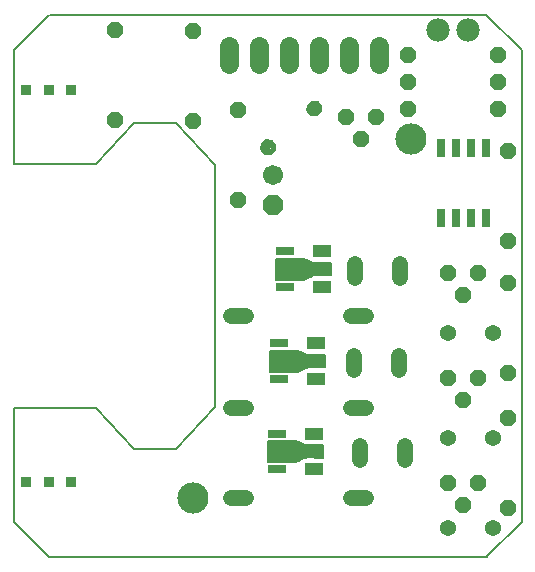
<source format=gts>
G75*
%MOIN*%
%OFA0B0*%
%FSLAX25Y25*%
%IPPOS*%
%LPD*%
%AMOC8*
5,1,8,0,0,1.08239X$1,22.5*
%
%ADD10R,0.06306X0.04337*%
%ADD11R,0.06306X0.03156*%
%ADD12C,0.00500*%
%ADD13C,0.05200*%
%ADD14OC8,0.05200*%
%ADD15OC8,0.06700*%
%ADD16C,0.06700*%
%ADD17C,0.01040*%
%ADD18R,0.03000X0.06400*%
%ADD19C,0.06306*%
%ADD20C,0.00600*%
%ADD21R,0.03353X0.03353*%
%ADD22C,0.07800*%
%ADD23C,0.10400*%
%ADD24C,0.05400*%
D10*
X0105266Y0034578D03*
X0105277Y0046397D03*
X0105906Y0064625D03*
X0105917Y0076444D03*
X0107887Y0095301D03*
X0107898Y0107120D03*
D11*
X0095486Y0107116D03*
X0095521Y0095339D03*
X0093504Y0076440D03*
X0093540Y0064663D03*
X0092865Y0046393D03*
X0092900Y0034615D03*
D12*
X0089966Y0037002D02*
X0099260Y0037002D01*
X0102567Y0038459D01*
X0108240Y0038419D01*
X0108279Y0042520D01*
X0102252Y0042520D01*
X0099181Y0043977D01*
X0089966Y0043977D01*
X0089966Y0037002D01*
X0089966Y0037403D02*
X0100171Y0037403D01*
X0101303Y0037902D02*
X0089966Y0037902D01*
X0089966Y0038400D02*
X0102435Y0038400D01*
X0101479Y0042887D02*
X0089966Y0042887D01*
X0089966Y0043385D02*
X0100428Y0043385D01*
X0099377Y0043884D02*
X0089966Y0043884D01*
X0089966Y0042388D02*
X0108278Y0042388D01*
X0108273Y0041890D02*
X0089966Y0041890D01*
X0089966Y0041391D02*
X0108268Y0041391D01*
X0108263Y0040893D02*
X0089966Y0040893D01*
X0089966Y0040394D02*
X0108259Y0040394D01*
X0108254Y0039896D02*
X0089966Y0039896D01*
X0089966Y0039397D02*
X0108249Y0039397D01*
X0108244Y0038899D02*
X0089966Y0038899D01*
X0090605Y0067049D02*
X0099900Y0067049D01*
X0103207Y0068506D01*
X0108879Y0068467D01*
X0108919Y0072567D01*
X0102892Y0072567D01*
X0099821Y0074024D01*
X0090605Y0074024D01*
X0090605Y0067049D01*
X0090605Y0067314D02*
X0100500Y0067314D01*
X0101632Y0067812D02*
X0090605Y0067812D01*
X0090605Y0068311D02*
X0102764Y0068311D01*
X0102407Y0072798D02*
X0090605Y0072798D01*
X0090605Y0073296D02*
X0101356Y0073296D01*
X0100305Y0073795D02*
X0090605Y0073795D01*
X0090605Y0072299D02*
X0108916Y0072299D01*
X0108911Y0071801D02*
X0090605Y0071801D01*
X0090605Y0071302D02*
X0108906Y0071302D01*
X0108902Y0070803D02*
X0090605Y0070803D01*
X0090605Y0070305D02*
X0108897Y0070305D01*
X0108892Y0069806D02*
X0090605Y0069806D01*
X0090605Y0069308D02*
X0108887Y0069308D01*
X0108882Y0068809D02*
X0090605Y0068809D01*
X0092586Y0097725D02*
X0101881Y0097725D01*
X0105188Y0099182D01*
X0110860Y0099143D01*
X0110900Y0103243D01*
X0104873Y0103243D01*
X0101802Y0104700D01*
X0092586Y0104700D01*
X0092586Y0097725D01*
X0092586Y0098222D02*
X0103007Y0098222D01*
X0104139Y0098720D02*
X0092586Y0098720D01*
X0092586Y0099219D02*
X0110861Y0099219D01*
X0110866Y0099717D02*
X0092586Y0099717D01*
X0092586Y0100216D02*
X0110871Y0100216D01*
X0110875Y0100714D02*
X0092586Y0100714D01*
X0092586Y0101213D02*
X0110880Y0101213D01*
X0110885Y0101711D02*
X0092586Y0101711D01*
X0092586Y0102210D02*
X0110890Y0102210D01*
X0110895Y0102708D02*
X0092586Y0102708D01*
X0092586Y0103207D02*
X0110899Y0103207D01*
X0103899Y0103705D02*
X0092586Y0103705D01*
X0092586Y0104204D02*
X0102848Y0104204D01*
X0162726Y0186021D02*
X0017100Y0186021D01*
X0017100Y0005100D02*
X0162726Y0005100D01*
D13*
X0135500Y0037600D02*
X0135500Y0042400D01*
X0122397Y0054867D02*
X0117597Y0054867D01*
X0118500Y0067600D02*
X0118500Y0072400D01*
X0117598Y0085498D02*
X0122398Y0085498D01*
X0119000Y0098100D02*
X0119000Y0102900D01*
X0134000Y0102900D02*
X0134000Y0098100D01*
X0133500Y0072400D02*
X0133500Y0067600D01*
X0120500Y0042400D02*
X0120500Y0037600D01*
X0122403Y0024875D02*
X0117603Y0024875D01*
X0082403Y0024875D02*
X0077603Y0024875D01*
X0077597Y0054867D02*
X0082397Y0054867D01*
X0082398Y0085498D02*
X0077598Y0085498D01*
D14*
X0080042Y0124246D03*
X0064993Y0150757D03*
X0080042Y0154246D03*
X0064993Y0180757D03*
X0039043Y0180793D03*
X0039043Y0150793D03*
X0116000Y0152000D03*
X0121000Y0144500D03*
X0126000Y0152000D03*
X0136500Y0154500D03*
X0136500Y0163500D03*
X0136500Y0172500D03*
X0166500Y0172500D03*
X0166500Y0163500D03*
X0166500Y0154500D03*
X0170000Y0140500D03*
X0170000Y0110500D03*
X0160000Y0100000D03*
X0155000Y0092500D03*
X0150000Y0100000D03*
X0170000Y0096500D03*
X0170000Y0066500D03*
X0160000Y0065000D03*
X0155000Y0057500D03*
X0150000Y0065000D03*
X0170000Y0051500D03*
X0160000Y0030000D03*
X0155000Y0022500D03*
X0150000Y0030000D03*
X0170000Y0021500D03*
D15*
X0091493Y0122634D03*
D16*
X0091493Y0132634D03*
D17*
X0088214Y0141915D02*
X0087694Y0141395D01*
X0087844Y0143111D01*
X0089163Y0144218D01*
X0090879Y0144068D01*
X0091986Y0142749D01*
X0091836Y0141033D01*
X0090517Y0139926D01*
X0088801Y0140076D01*
X0087694Y0141395D01*
X0088499Y0141649D01*
X0088593Y0142722D01*
X0089417Y0143413D01*
X0090490Y0143319D01*
X0091181Y0142495D01*
X0091087Y0141422D01*
X0090263Y0140731D01*
X0089190Y0140825D01*
X0088499Y0141649D01*
X0089304Y0141903D01*
X0089342Y0142332D01*
X0089671Y0142608D01*
X0090100Y0142570D01*
X0090376Y0142241D01*
X0090338Y0141812D01*
X0090009Y0141536D01*
X0089580Y0141574D01*
X0089304Y0141903D01*
X0103534Y0154771D02*
X0103014Y0154251D01*
X0103164Y0155967D01*
X0104483Y0157074D01*
X0106199Y0156924D01*
X0107306Y0155605D01*
X0107156Y0153889D01*
X0105837Y0152782D01*
X0104121Y0152932D01*
X0103014Y0154251D01*
X0103819Y0154505D01*
X0103913Y0155578D01*
X0104737Y0156269D01*
X0105810Y0156175D01*
X0106501Y0155351D01*
X0106407Y0154278D01*
X0105583Y0153587D01*
X0104510Y0153681D01*
X0103819Y0154505D01*
X0104624Y0154759D01*
X0104662Y0155188D01*
X0104991Y0155464D01*
X0105420Y0155426D01*
X0105696Y0155097D01*
X0105658Y0154668D01*
X0105329Y0154392D01*
X0104900Y0154430D01*
X0104624Y0154759D01*
D18*
X0147500Y0141706D03*
X0152500Y0141706D03*
X0157500Y0141706D03*
X0162500Y0141706D03*
X0162500Y0118294D03*
X0157500Y0118294D03*
X0152500Y0118294D03*
X0147500Y0118294D03*
D19*
X0127000Y0169547D02*
X0127000Y0175453D01*
X0117000Y0175453D02*
X0117000Y0169547D01*
X0107000Y0169547D02*
X0107000Y0175453D01*
X0097000Y0175453D02*
X0097000Y0169547D01*
X0087000Y0169547D02*
X0087000Y0175453D01*
X0077000Y0175453D02*
X0077000Y0169547D01*
D20*
X0005100Y0016911D02*
X0016911Y0005100D01*
X0005100Y0016911D02*
X0005100Y0055000D01*
X0032600Y0055000D01*
X0045100Y0041100D01*
X0059100Y0041100D01*
X0072100Y0055100D01*
X0072100Y0136021D01*
X0059100Y0150021D01*
X0045100Y0150021D01*
X0032600Y0136121D01*
X0005100Y0136121D01*
X0005100Y0174250D01*
X0016911Y0186061D01*
X0162580Y0186061D02*
X0174391Y0174250D01*
X0174391Y0016911D01*
X0162580Y0005100D01*
D21*
X0024300Y0030400D03*
X0016800Y0030400D03*
X0009300Y0030400D03*
X0009300Y0160900D03*
X0016800Y0160900D03*
X0024300Y0160900D03*
D22*
X0146500Y0181000D03*
X0156500Y0181000D03*
D23*
X0137500Y0144500D03*
X0065000Y0025000D03*
D24*
X0150000Y0015000D03*
X0165000Y0015000D03*
X0165000Y0045000D03*
X0150000Y0045000D03*
X0150000Y0080000D03*
X0165000Y0080000D03*
M02*

</source>
